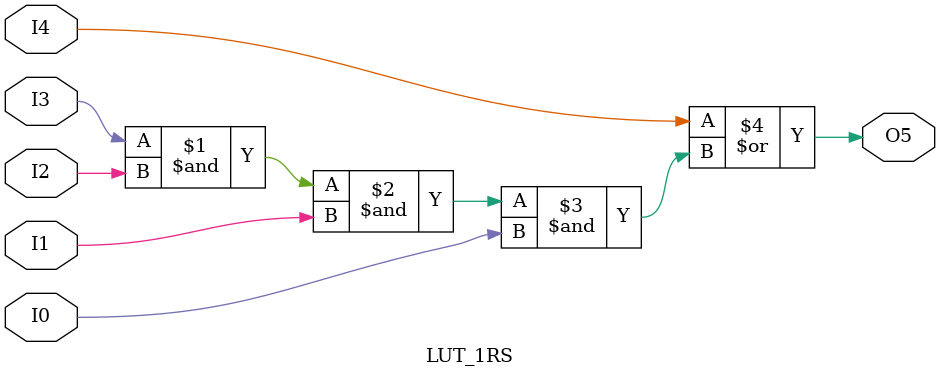
<source format=v>
`timescale 1ns / 1ps


module LUT_1RS(
input I4,I3,I2,I1,I0,
output O5
);

assign O5 = I4|I3&I2&I1&I0;

endmodule

</source>
